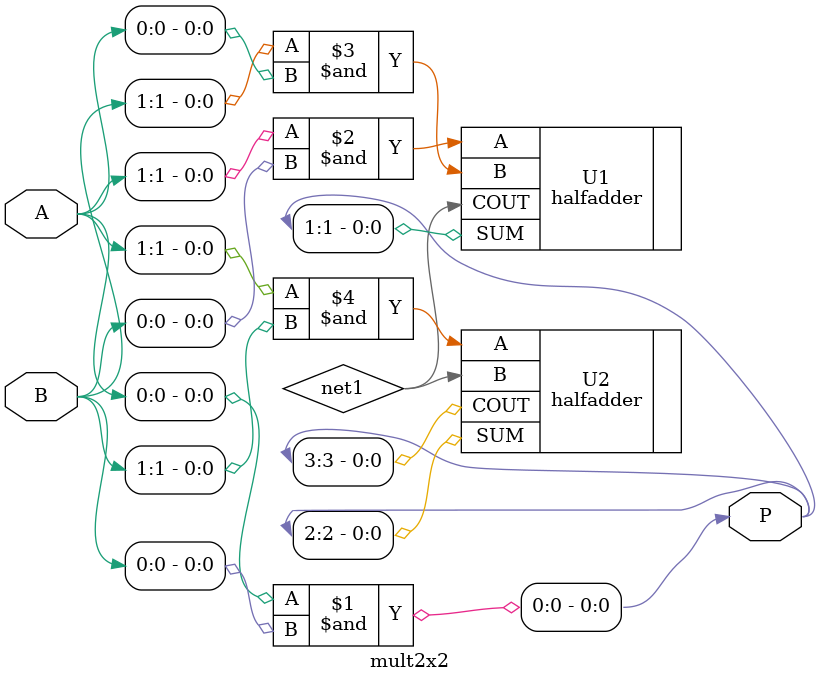
<source format=v>
module mult2x2 (
	input [1:0] A,		//multiplier
	input [1:0] B,		//multiplicand
	output [3:0] P 	//product
);
	wire net1;
	
	assign P[0] = A[0] & B[0];
	halfadder U1(.SUM(P[1]),.COUT(net1),.A(A[1]&B[0]),.B(B[1]&A[0]));
	halfadder U2(.SUM(P[2]),.COUT(P[3]),.A(A[1]&B[1]),.B(net1));
	
endmodule
</source>
